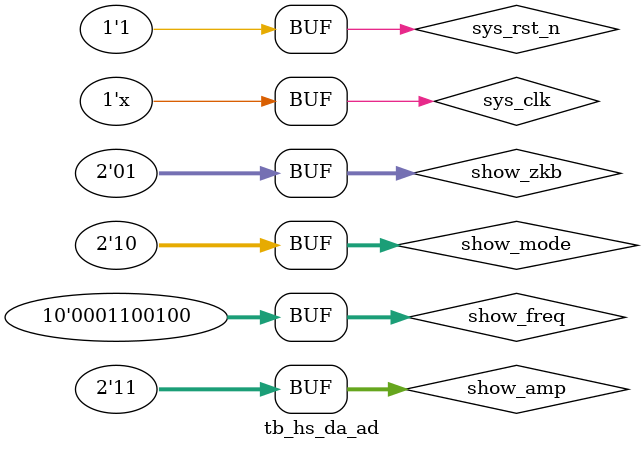
<source format=v>
`timescale 1ns / 1ps

`timescale 1ns/1ns
module tb_hs_da_ad(
    );
	reg sys_clk;
	reg sys_rst_n;
	reg [1:0] show_mode;
	reg [9:0] show_freq;
	reg [1:0] show_amp;
	reg [1:0] show_zkb;
	wire da_clk;
	wire [7:0] da_data;
	
	initial begin
		sys_clk = 0;
		sys_rst_n = 0;
		show_mode = 1;
		show_freq = 100;
		show_amp = 1;
		show_zkb=0;
		#60;
		sys_rst_n = 1;
		#8000000;
		show_mode = 3;
		#6000000;
		show_mode = 2;
		show_zkb = 1;
		#8000000;
		show_mode = 1;
		show_amp=2;
		#8000000;
		show_mode = 2;
		show_amp=3;		
	end
	always #10 sys_clk = ~sys_clk;
	
hs_da_ad hs_da_ad(
    .sys_clk(sys_clk),  
    .sys_rst_n(sys_rst_n),  
    .show_mode(show_mode),
	.show_freq(show_freq),
	.show_amp(show_amp),
	.show_zkb(show_zkb),
    .da_clk(da_clk),  
    .da_data(da_data) 
    );	
endmodule

</source>
